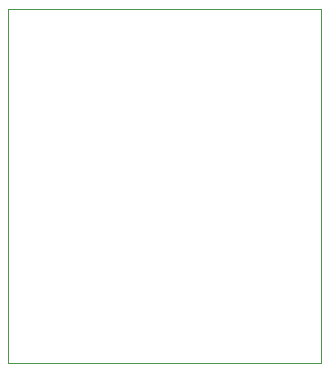
<source format=gko>
G75*
G70*
%OFA0B0*%
%FSLAX24Y24*%
%IPPOS*%
%LPD*%
%AMOC8*
5,1,8,0,0,1.08239X$1,22.5*
%
%ADD10C,0.0000*%
D10*
X000100Y000100D02*
X000100Y011911D01*
X010533Y011911D01*
X010533Y000100D01*
X000100Y000100D01*
M02*

</source>
